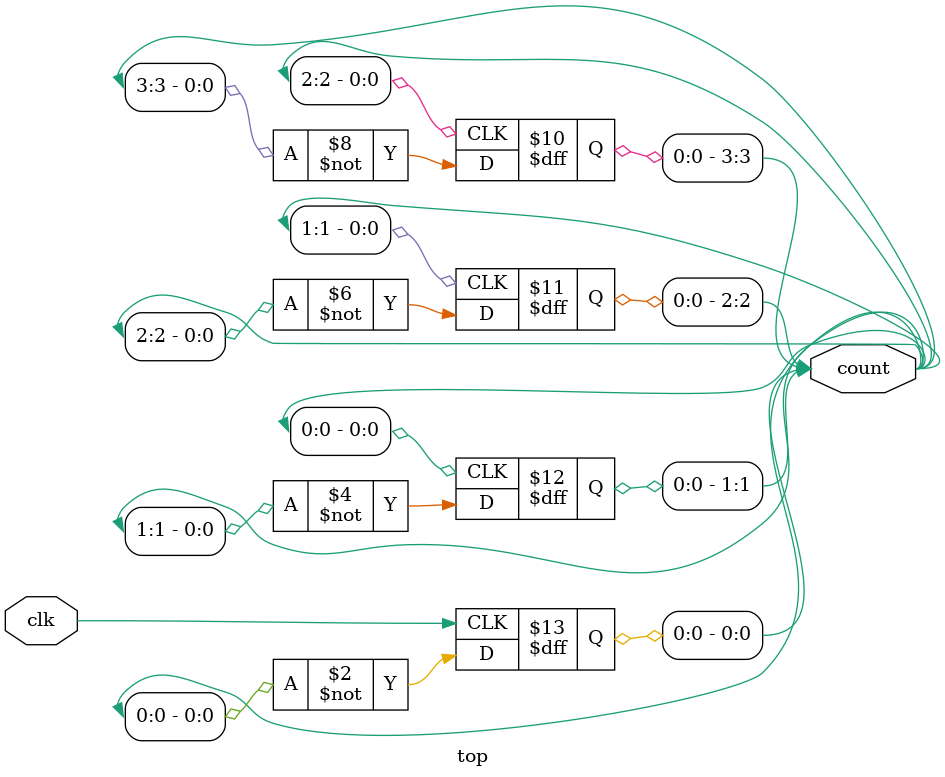
<source format=v>
`default_nettype none


module top(
	input wire clk,
	output reg[3:0] count
);

initial count = 4'b0;

always @( negedge clk ) count[0] <= ~count[0];

always @( negedge count[0] ) count[1] <= ~count[1];

always @( negedge count[1] ) count[2] <= ~count[2];

always @( negedge count[2] ) count[3] <= ~count[3];

endmodule

//verilator lint_on UNOPT
//verilator lint_on MULTIDRIVEN


</source>
